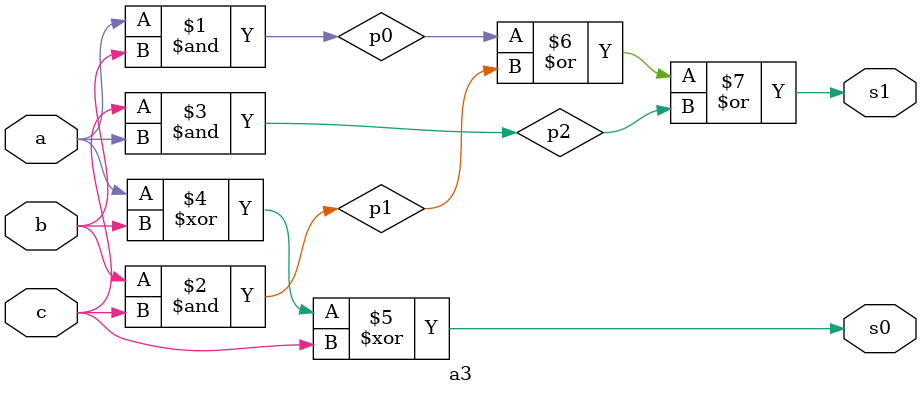
<source format=v>
module a3(a,b,c,s0,s1);
	input a,b,c;
	output s0,s1;
	
	wire p0,p1,p2;
	
	assign p0=a&b;
	assign p1=b&c;
	assign p2=c&a;
	
	assign s0=a^b^c;
	assign s1=p0 | p1 | p2;
	
	
endmodule

</source>
